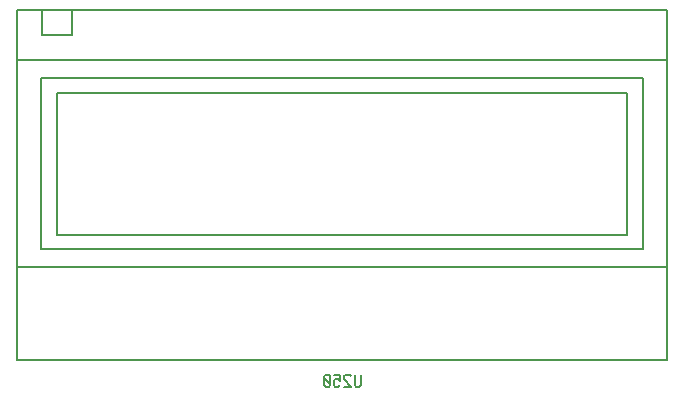
<source format=gbo>
G04 start of page 10 for group -4078 idx -4078 *
G04 Title: roomunit-display, bottomsilk *
G04 Creator: pcb 1.99z *
G04 CreationDate: mån  6 apr 2015 22:03:21 UTC *
G04 For: jonatan *
G04 Format: Gerber/RS-274X *
G04 PCB-Dimensions (mil): 2362.20 1653.54 *
G04 PCB-Coordinate-Origin: lower left *
%MOIN*%
%FSLAX25Y25*%
%LNBOTTOMSILK*%
%ADD43C,0.0060*%
%ADD42C,0.0059*%
G54D42*X223268Y42087D02*Y158622D01*
X6732D02*X223268D01*
X6732Y42087D02*Y158622D01*
Y42087D02*X223268D01*
X6732Y72992D02*X223268D01*
X6732Y141890D02*X223268D01*
X14606Y78898D02*X215394D01*
X14606Y135984D02*X215394D01*
X14606Y78898D02*Y135984D01*
X215394Y78898D02*Y135984D01*
X19902Y83819D02*X210098D01*
X19902Y131063D02*X210098D01*
X19902Y83819D02*Y131063D01*
X210098Y83819D02*Y131063D01*
X6732Y158622D02*X25000D01*
X15000Y150354D02*Y158622D01*
Y150354D02*X25000D01*
Y158622D01*
G54D43*X121220Y33650D02*Y37150D01*
Y33650D02*X120720Y33150D01*
X119720D02*X120720D01*
X119720D02*X119220Y33650D01*
Y37150D01*
X118020Y36650D02*X117520Y37150D01*
X116020D02*X117520D01*
X116020D02*X115520Y36650D01*
Y35650D02*Y36650D01*
X118020Y33150D02*X115520Y35650D01*
Y33150D02*X118020D01*
X112320Y37150D02*X114320D01*
Y35150D02*Y37150D01*
Y35150D02*X113820Y35650D01*
X112820D02*X113820D01*
X112820D02*X112320Y35150D01*
Y33650D02*Y35150D01*
X112820Y33150D02*X112320Y33650D01*
X112820Y33150D02*X113820D01*
X114320Y33650D02*X113820Y33150D01*
X111120Y33650D02*X110620Y33150D01*
X111120Y33650D02*Y36650D01*
X110620Y37150D01*
X109620D02*X110620D01*
X109620D02*X109120Y36650D01*
Y33650D02*Y36650D01*
X109620Y33150D02*X109120Y33650D01*
X109620Y33150D02*X110620D01*
X111120Y34150D02*X109120Y36150D01*
M02*

</source>
